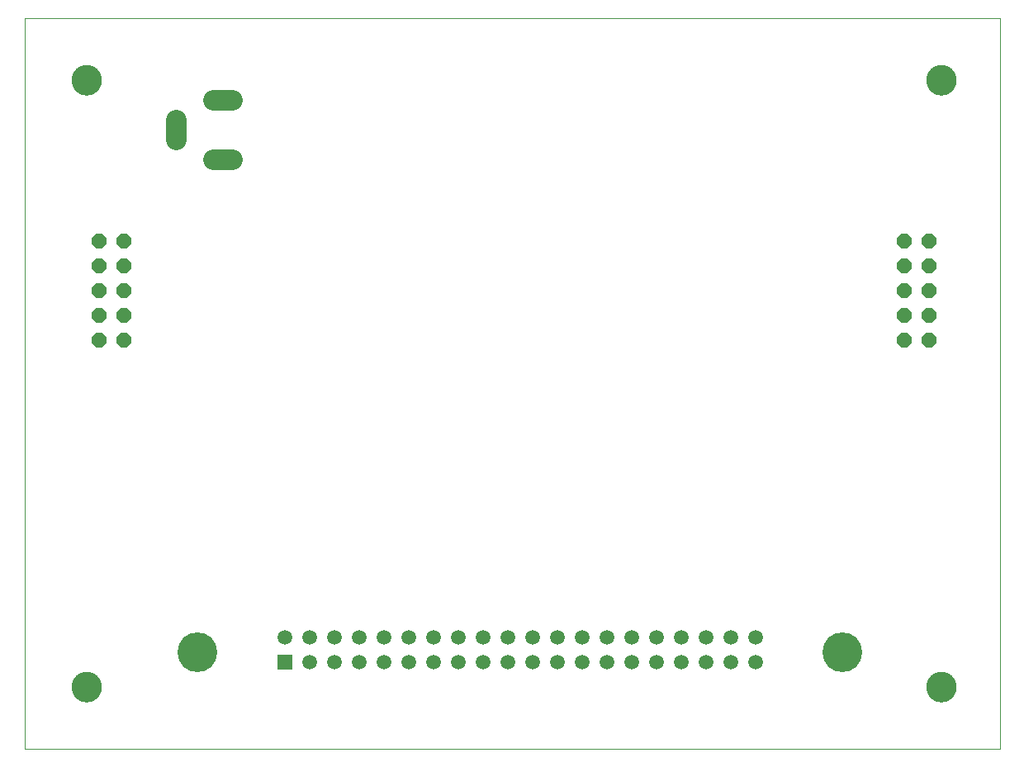
<source format=gbs>
G75*
%MOIN*%
%OFA0B0*%
%FSLAX25Y25*%
%IPPOS*%
%LPD*%
%AMOC8*
5,1,8,0,0,1.08239X$1,22.5*
%
%ADD10C,0.00000*%
%ADD11OC8,0.06000*%
%ADD12C,0.08274*%
%ADD13R,0.05900X0.05900*%
%ADD14C,0.05900*%
%ADD15C,0.16000*%
%ADD16C,0.12211*%
D10*
X0001500Y0001500D02*
X0001500Y0296461D01*
X0395201Y0296461D01*
X0395201Y0001500D01*
X0001500Y0001500D01*
X0020594Y0026500D02*
X0020596Y0026653D01*
X0020602Y0026807D01*
X0020612Y0026960D01*
X0020626Y0027112D01*
X0020644Y0027265D01*
X0020666Y0027416D01*
X0020691Y0027567D01*
X0020721Y0027718D01*
X0020755Y0027868D01*
X0020792Y0028016D01*
X0020833Y0028164D01*
X0020878Y0028310D01*
X0020927Y0028456D01*
X0020980Y0028600D01*
X0021036Y0028742D01*
X0021096Y0028883D01*
X0021160Y0029023D01*
X0021227Y0029161D01*
X0021298Y0029297D01*
X0021373Y0029431D01*
X0021450Y0029563D01*
X0021532Y0029693D01*
X0021616Y0029821D01*
X0021704Y0029947D01*
X0021795Y0030070D01*
X0021889Y0030191D01*
X0021987Y0030309D01*
X0022087Y0030425D01*
X0022191Y0030538D01*
X0022297Y0030649D01*
X0022406Y0030757D01*
X0022518Y0030862D01*
X0022632Y0030963D01*
X0022750Y0031062D01*
X0022869Y0031158D01*
X0022991Y0031251D01*
X0023116Y0031340D01*
X0023243Y0031427D01*
X0023372Y0031509D01*
X0023503Y0031589D01*
X0023636Y0031665D01*
X0023771Y0031738D01*
X0023908Y0031807D01*
X0024047Y0031872D01*
X0024187Y0031934D01*
X0024329Y0031992D01*
X0024472Y0032047D01*
X0024617Y0032098D01*
X0024763Y0032145D01*
X0024910Y0032188D01*
X0025058Y0032227D01*
X0025207Y0032263D01*
X0025357Y0032294D01*
X0025508Y0032322D01*
X0025659Y0032346D01*
X0025812Y0032366D01*
X0025964Y0032382D01*
X0026117Y0032394D01*
X0026270Y0032402D01*
X0026423Y0032406D01*
X0026577Y0032406D01*
X0026730Y0032402D01*
X0026883Y0032394D01*
X0027036Y0032382D01*
X0027188Y0032366D01*
X0027341Y0032346D01*
X0027492Y0032322D01*
X0027643Y0032294D01*
X0027793Y0032263D01*
X0027942Y0032227D01*
X0028090Y0032188D01*
X0028237Y0032145D01*
X0028383Y0032098D01*
X0028528Y0032047D01*
X0028671Y0031992D01*
X0028813Y0031934D01*
X0028953Y0031872D01*
X0029092Y0031807D01*
X0029229Y0031738D01*
X0029364Y0031665D01*
X0029497Y0031589D01*
X0029628Y0031509D01*
X0029757Y0031427D01*
X0029884Y0031340D01*
X0030009Y0031251D01*
X0030131Y0031158D01*
X0030250Y0031062D01*
X0030368Y0030963D01*
X0030482Y0030862D01*
X0030594Y0030757D01*
X0030703Y0030649D01*
X0030809Y0030538D01*
X0030913Y0030425D01*
X0031013Y0030309D01*
X0031111Y0030191D01*
X0031205Y0030070D01*
X0031296Y0029947D01*
X0031384Y0029821D01*
X0031468Y0029693D01*
X0031550Y0029563D01*
X0031627Y0029431D01*
X0031702Y0029297D01*
X0031773Y0029161D01*
X0031840Y0029023D01*
X0031904Y0028883D01*
X0031964Y0028742D01*
X0032020Y0028600D01*
X0032073Y0028456D01*
X0032122Y0028310D01*
X0032167Y0028164D01*
X0032208Y0028016D01*
X0032245Y0027868D01*
X0032279Y0027718D01*
X0032309Y0027567D01*
X0032334Y0027416D01*
X0032356Y0027265D01*
X0032374Y0027112D01*
X0032388Y0026960D01*
X0032398Y0026807D01*
X0032404Y0026653D01*
X0032406Y0026500D01*
X0032404Y0026347D01*
X0032398Y0026193D01*
X0032388Y0026040D01*
X0032374Y0025888D01*
X0032356Y0025735D01*
X0032334Y0025584D01*
X0032309Y0025433D01*
X0032279Y0025282D01*
X0032245Y0025132D01*
X0032208Y0024984D01*
X0032167Y0024836D01*
X0032122Y0024690D01*
X0032073Y0024544D01*
X0032020Y0024400D01*
X0031964Y0024258D01*
X0031904Y0024117D01*
X0031840Y0023977D01*
X0031773Y0023839D01*
X0031702Y0023703D01*
X0031627Y0023569D01*
X0031550Y0023437D01*
X0031468Y0023307D01*
X0031384Y0023179D01*
X0031296Y0023053D01*
X0031205Y0022930D01*
X0031111Y0022809D01*
X0031013Y0022691D01*
X0030913Y0022575D01*
X0030809Y0022462D01*
X0030703Y0022351D01*
X0030594Y0022243D01*
X0030482Y0022138D01*
X0030368Y0022037D01*
X0030250Y0021938D01*
X0030131Y0021842D01*
X0030009Y0021749D01*
X0029884Y0021660D01*
X0029757Y0021573D01*
X0029628Y0021491D01*
X0029497Y0021411D01*
X0029364Y0021335D01*
X0029229Y0021262D01*
X0029092Y0021193D01*
X0028953Y0021128D01*
X0028813Y0021066D01*
X0028671Y0021008D01*
X0028528Y0020953D01*
X0028383Y0020902D01*
X0028237Y0020855D01*
X0028090Y0020812D01*
X0027942Y0020773D01*
X0027793Y0020737D01*
X0027643Y0020706D01*
X0027492Y0020678D01*
X0027341Y0020654D01*
X0027188Y0020634D01*
X0027036Y0020618D01*
X0026883Y0020606D01*
X0026730Y0020598D01*
X0026577Y0020594D01*
X0026423Y0020594D01*
X0026270Y0020598D01*
X0026117Y0020606D01*
X0025964Y0020618D01*
X0025812Y0020634D01*
X0025659Y0020654D01*
X0025508Y0020678D01*
X0025357Y0020706D01*
X0025207Y0020737D01*
X0025058Y0020773D01*
X0024910Y0020812D01*
X0024763Y0020855D01*
X0024617Y0020902D01*
X0024472Y0020953D01*
X0024329Y0021008D01*
X0024187Y0021066D01*
X0024047Y0021128D01*
X0023908Y0021193D01*
X0023771Y0021262D01*
X0023636Y0021335D01*
X0023503Y0021411D01*
X0023372Y0021491D01*
X0023243Y0021573D01*
X0023116Y0021660D01*
X0022991Y0021749D01*
X0022869Y0021842D01*
X0022750Y0021938D01*
X0022632Y0022037D01*
X0022518Y0022138D01*
X0022406Y0022243D01*
X0022297Y0022351D01*
X0022191Y0022462D01*
X0022087Y0022575D01*
X0021987Y0022691D01*
X0021889Y0022809D01*
X0021795Y0022930D01*
X0021704Y0023053D01*
X0021616Y0023179D01*
X0021532Y0023307D01*
X0021450Y0023437D01*
X0021373Y0023569D01*
X0021298Y0023703D01*
X0021227Y0023839D01*
X0021160Y0023977D01*
X0021096Y0024117D01*
X0021036Y0024258D01*
X0020980Y0024400D01*
X0020927Y0024544D01*
X0020878Y0024690D01*
X0020833Y0024836D01*
X0020792Y0024984D01*
X0020755Y0025132D01*
X0020721Y0025282D01*
X0020691Y0025433D01*
X0020666Y0025584D01*
X0020644Y0025735D01*
X0020626Y0025888D01*
X0020612Y0026040D01*
X0020602Y0026193D01*
X0020596Y0026347D01*
X0020594Y0026500D01*
X0020594Y0271500D02*
X0020596Y0271653D01*
X0020602Y0271807D01*
X0020612Y0271960D01*
X0020626Y0272112D01*
X0020644Y0272265D01*
X0020666Y0272416D01*
X0020691Y0272567D01*
X0020721Y0272718D01*
X0020755Y0272868D01*
X0020792Y0273016D01*
X0020833Y0273164D01*
X0020878Y0273310D01*
X0020927Y0273456D01*
X0020980Y0273600D01*
X0021036Y0273742D01*
X0021096Y0273883D01*
X0021160Y0274023D01*
X0021227Y0274161D01*
X0021298Y0274297D01*
X0021373Y0274431D01*
X0021450Y0274563D01*
X0021532Y0274693D01*
X0021616Y0274821D01*
X0021704Y0274947D01*
X0021795Y0275070D01*
X0021889Y0275191D01*
X0021987Y0275309D01*
X0022087Y0275425D01*
X0022191Y0275538D01*
X0022297Y0275649D01*
X0022406Y0275757D01*
X0022518Y0275862D01*
X0022632Y0275963D01*
X0022750Y0276062D01*
X0022869Y0276158D01*
X0022991Y0276251D01*
X0023116Y0276340D01*
X0023243Y0276427D01*
X0023372Y0276509D01*
X0023503Y0276589D01*
X0023636Y0276665D01*
X0023771Y0276738D01*
X0023908Y0276807D01*
X0024047Y0276872D01*
X0024187Y0276934D01*
X0024329Y0276992D01*
X0024472Y0277047D01*
X0024617Y0277098D01*
X0024763Y0277145D01*
X0024910Y0277188D01*
X0025058Y0277227D01*
X0025207Y0277263D01*
X0025357Y0277294D01*
X0025508Y0277322D01*
X0025659Y0277346D01*
X0025812Y0277366D01*
X0025964Y0277382D01*
X0026117Y0277394D01*
X0026270Y0277402D01*
X0026423Y0277406D01*
X0026577Y0277406D01*
X0026730Y0277402D01*
X0026883Y0277394D01*
X0027036Y0277382D01*
X0027188Y0277366D01*
X0027341Y0277346D01*
X0027492Y0277322D01*
X0027643Y0277294D01*
X0027793Y0277263D01*
X0027942Y0277227D01*
X0028090Y0277188D01*
X0028237Y0277145D01*
X0028383Y0277098D01*
X0028528Y0277047D01*
X0028671Y0276992D01*
X0028813Y0276934D01*
X0028953Y0276872D01*
X0029092Y0276807D01*
X0029229Y0276738D01*
X0029364Y0276665D01*
X0029497Y0276589D01*
X0029628Y0276509D01*
X0029757Y0276427D01*
X0029884Y0276340D01*
X0030009Y0276251D01*
X0030131Y0276158D01*
X0030250Y0276062D01*
X0030368Y0275963D01*
X0030482Y0275862D01*
X0030594Y0275757D01*
X0030703Y0275649D01*
X0030809Y0275538D01*
X0030913Y0275425D01*
X0031013Y0275309D01*
X0031111Y0275191D01*
X0031205Y0275070D01*
X0031296Y0274947D01*
X0031384Y0274821D01*
X0031468Y0274693D01*
X0031550Y0274563D01*
X0031627Y0274431D01*
X0031702Y0274297D01*
X0031773Y0274161D01*
X0031840Y0274023D01*
X0031904Y0273883D01*
X0031964Y0273742D01*
X0032020Y0273600D01*
X0032073Y0273456D01*
X0032122Y0273310D01*
X0032167Y0273164D01*
X0032208Y0273016D01*
X0032245Y0272868D01*
X0032279Y0272718D01*
X0032309Y0272567D01*
X0032334Y0272416D01*
X0032356Y0272265D01*
X0032374Y0272112D01*
X0032388Y0271960D01*
X0032398Y0271807D01*
X0032404Y0271653D01*
X0032406Y0271500D01*
X0032404Y0271347D01*
X0032398Y0271193D01*
X0032388Y0271040D01*
X0032374Y0270888D01*
X0032356Y0270735D01*
X0032334Y0270584D01*
X0032309Y0270433D01*
X0032279Y0270282D01*
X0032245Y0270132D01*
X0032208Y0269984D01*
X0032167Y0269836D01*
X0032122Y0269690D01*
X0032073Y0269544D01*
X0032020Y0269400D01*
X0031964Y0269258D01*
X0031904Y0269117D01*
X0031840Y0268977D01*
X0031773Y0268839D01*
X0031702Y0268703D01*
X0031627Y0268569D01*
X0031550Y0268437D01*
X0031468Y0268307D01*
X0031384Y0268179D01*
X0031296Y0268053D01*
X0031205Y0267930D01*
X0031111Y0267809D01*
X0031013Y0267691D01*
X0030913Y0267575D01*
X0030809Y0267462D01*
X0030703Y0267351D01*
X0030594Y0267243D01*
X0030482Y0267138D01*
X0030368Y0267037D01*
X0030250Y0266938D01*
X0030131Y0266842D01*
X0030009Y0266749D01*
X0029884Y0266660D01*
X0029757Y0266573D01*
X0029628Y0266491D01*
X0029497Y0266411D01*
X0029364Y0266335D01*
X0029229Y0266262D01*
X0029092Y0266193D01*
X0028953Y0266128D01*
X0028813Y0266066D01*
X0028671Y0266008D01*
X0028528Y0265953D01*
X0028383Y0265902D01*
X0028237Y0265855D01*
X0028090Y0265812D01*
X0027942Y0265773D01*
X0027793Y0265737D01*
X0027643Y0265706D01*
X0027492Y0265678D01*
X0027341Y0265654D01*
X0027188Y0265634D01*
X0027036Y0265618D01*
X0026883Y0265606D01*
X0026730Y0265598D01*
X0026577Y0265594D01*
X0026423Y0265594D01*
X0026270Y0265598D01*
X0026117Y0265606D01*
X0025964Y0265618D01*
X0025812Y0265634D01*
X0025659Y0265654D01*
X0025508Y0265678D01*
X0025357Y0265706D01*
X0025207Y0265737D01*
X0025058Y0265773D01*
X0024910Y0265812D01*
X0024763Y0265855D01*
X0024617Y0265902D01*
X0024472Y0265953D01*
X0024329Y0266008D01*
X0024187Y0266066D01*
X0024047Y0266128D01*
X0023908Y0266193D01*
X0023771Y0266262D01*
X0023636Y0266335D01*
X0023503Y0266411D01*
X0023372Y0266491D01*
X0023243Y0266573D01*
X0023116Y0266660D01*
X0022991Y0266749D01*
X0022869Y0266842D01*
X0022750Y0266938D01*
X0022632Y0267037D01*
X0022518Y0267138D01*
X0022406Y0267243D01*
X0022297Y0267351D01*
X0022191Y0267462D01*
X0022087Y0267575D01*
X0021987Y0267691D01*
X0021889Y0267809D01*
X0021795Y0267930D01*
X0021704Y0268053D01*
X0021616Y0268179D01*
X0021532Y0268307D01*
X0021450Y0268437D01*
X0021373Y0268569D01*
X0021298Y0268703D01*
X0021227Y0268839D01*
X0021160Y0268977D01*
X0021096Y0269117D01*
X0021036Y0269258D01*
X0020980Y0269400D01*
X0020927Y0269544D01*
X0020878Y0269690D01*
X0020833Y0269836D01*
X0020792Y0269984D01*
X0020755Y0270132D01*
X0020721Y0270282D01*
X0020691Y0270433D01*
X0020666Y0270584D01*
X0020644Y0270735D01*
X0020626Y0270888D01*
X0020612Y0271040D01*
X0020602Y0271193D01*
X0020596Y0271347D01*
X0020594Y0271500D01*
X0365594Y0271500D02*
X0365596Y0271653D01*
X0365602Y0271807D01*
X0365612Y0271960D01*
X0365626Y0272112D01*
X0365644Y0272265D01*
X0365666Y0272416D01*
X0365691Y0272567D01*
X0365721Y0272718D01*
X0365755Y0272868D01*
X0365792Y0273016D01*
X0365833Y0273164D01*
X0365878Y0273310D01*
X0365927Y0273456D01*
X0365980Y0273600D01*
X0366036Y0273742D01*
X0366096Y0273883D01*
X0366160Y0274023D01*
X0366227Y0274161D01*
X0366298Y0274297D01*
X0366373Y0274431D01*
X0366450Y0274563D01*
X0366532Y0274693D01*
X0366616Y0274821D01*
X0366704Y0274947D01*
X0366795Y0275070D01*
X0366889Y0275191D01*
X0366987Y0275309D01*
X0367087Y0275425D01*
X0367191Y0275538D01*
X0367297Y0275649D01*
X0367406Y0275757D01*
X0367518Y0275862D01*
X0367632Y0275963D01*
X0367750Y0276062D01*
X0367869Y0276158D01*
X0367991Y0276251D01*
X0368116Y0276340D01*
X0368243Y0276427D01*
X0368372Y0276509D01*
X0368503Y0276589D01*
X0368636Y0276665D01*
X0368771Y0276738D01*
X0368908Y0276807D01*
X0369047Y0276872D01*
X0369187Y0276934D01*
X0369329Y0276992D01*
X0369472Y0277047D01*
X0369617Y0277098D01*
X0369763Y0277145D01*
X0369910Y0277188D01*
X0370058Y0277227D01*
X0370207Y0277263D01*
X0370357Y0277294D01*
X0370508Y0277322D01*
X0370659Y0277346D01*
X0370812Y0277366D01*
X0370964Y0277382D01*
X0371117Y0277394D01*
X0371270Y0277402D01*
X0371423Y0277406D01*
X0371577Y0277406D01*
X0371730Y0277402D01*
X0371883Y0277394D01*
X0372036Y0277382D01*
X0372188Y0277366D01*
X0372341Y0277346D01*
X0372492Y0277322D01*
X0372643Y0277294D01*
X0372793Y0277263D01*
X0372942Y0277227D01*
X0373090Y0277188D01*
X0373237Y0277145D01*
X0373383Y0277098D01*
X0373528Y0277047D01*
X0373671Y0276992D01*
X0373813Y0276934D01*
X0373953Y0276872D01*
X0374092Y0276807D01*
X0374229Y0276738D01*
X0374364Y0276665D01*
X0374497Y0276589D01*
X0374628Y0276509D01*
X0374757Y0276427D01*
X0374884Y0276340D01*
X0375009Y0276251D01*
X0375131Y0276158D01*
X0375250Y0276062D01*
X0375368Y0275963D01*
X0375482Y0275862D01*
X0375594Y0275757D01*
X0375703Y0275649D01*
X0375809Y0275538D01*
X0375913Y0275425D01*
X0376013Y0275309D01*
X0376111Y0275191D01*
X0376205Y0275070D01*
X0376296Y0274947D01*
X0376384Y0274821D01*
X0376468Y0274693D01*
X0376550Y0274563D01*
X0376627Y0274431D01*
X0376702Y0274297D01*
X0376773Y0274161D01*
X0376840Y0274023D01*
X0376904Y0273883D01*
X0376964Y0273742D01*
X0377020Y0273600D01*
X0377073Y0273456D01*
X0377122Y0273310D01*
X0377167Y0273164D01*
X0377208Y0273016D01*
X0377245Y0272868D01*
X0377279Y0272718D01*
X0377309Y0272567D01*
X0377334Y0272416D01*
X0377356Y0272265D01*
X0377374Y0272112D01*
X0377388Y0271960D01*
X0377398Y0271807D01*
X0377404Y0271653D01*
X0377406Y0271500D01*
X0377404Y0271347D01*
X0377398Y0271193D01*
X0377388Y0271040D01*
X0377374Y0270888D01*
X0377356Y0270735D01*
X0377334Y0270584D01*
X0377309Y0270433D01*
X0377279Y0270282D01*
X0377245Y0270132D01*
X0377208Y0269984D01*
X0377167Y0269836D01*
X0377122Y0269690D01*
X0377073Y0269544D01*
X0377020Y0269400D01*
X0376964Y0269258D01*
X0376904Y0269117D01*
X0376840Y0268977D01*
X0376773Y0268839D01*
X0376702Y0268703D01*
X0376627Y0268569D01*
X0376550Y0268437D01*
X0376468Y0268307D01*
X0376384Y0268179D01*
X0376296Y0268053D01*
X0376205Y0267930D01*
X0376111Y0267809D01*
X0376013Y0267691D01*
X0375913Y0267575D01*
X0375809Y0267462D01*
X0375703Y0267351D01*
X0375594Y0267243D01*
X0375482Y0267138D01*
X0375368Y0267037D01*
X0375250Y0266938D01*
X0375131Y0266842D01*
X0375009Y0266749D01*
X0374884Y0266660D01*
X0374757Y0266573D01*
X0374628Y0266491D01*
X0374497Y0266411D01*
X0374364Y0266335D01*
X0374229Y0266262D01*
X0374092Y0266193D01*
X0373953Y0266128D01*
X0373813Y0266066D01*
X0373671Y0266008D01*
X0373528Y0265953D01*
X0373383Y0265902D01*
X0373237Y0265855D01*
X0373090Y0265812D01*
X0372942Y0265773D01*
X0372793Y0265737D01*
X0372643Y0265706D01*
X0372492Y0265678D01*
X0372341Y0265654D01*
X0372188Y0265634D01*
X0372036Y0265618D01*
X0371883Y0265606D01*
X0371730Y0265598D01*
X0371577Y0265594D01*
X0371423Y0265594D01*
X0371270Y0265598D01*
X0371117Y0265606D01*
X0370964Y0265618D01*
X0370812Y0265634D01*
X0370659Y0265654D01*
X0370508Y0265678D01*
X0370357Y0265706D01*
X0370207Y0265737D01*
X0370058Y0265773D01*
X0369910Y0265812D01*
X0369763Y0265855D01*
X0369617Y0265902D01*
X0369472Y0265953D01*
X0369329Y0266008D01*
X0369187Y0266066D01*
X0369047Y0266128D01*
X0368908Y0266193D01*
X0368771Y0266262D01*
X0368636Y0266335D01*
X0368503Y0266411D01*
X0368372Y0266491D01*
X0368243Y0266573D01*
X0368116Y0266660D01*
X0367991Y0266749D01*
X0367869Y0266842D01*
X0367750Y0266938D01*
X0367632Y0267037D01*
X0367518Y0267138D01*
X0367406Y0267243D01*
X0367297Y0267351D01*
X0367191Y0267462D01*
X0367087Y0267575D01*
X0366987Y0267691D01*
X0366889Y0267809D01*
X0366795Y0267930D01*
X0366704Y0268053D01*
X0366616Y0268179D01*
X0366532Y0268307D01*
X0366450Y0268437D01*
X0366373Y0268569D01*
X0366298Y0268703D01*
X0366227Y0268839D01*
X0366160Y0268977D01*
X0366096Y0269117D01*
X0366036Y0269258D01*
X0365980Y0269400D01*
X0365927Y0269544D01*
X0365878Y0269690D01*
X0365833Y0269836D01*
X0365792Y0269984D01*
X0365755Y0270132D01*
X0365721Y0270282D01*
X0365691Y0270433D01*
X0365666Y0270584D01*
X0365644Y0270735D01*
X0365626Y0270888D01*
X0365612Y0271040D01*
X0365602Y0271193D01*
X0365596Y0271347D01*
X0365594Y0271500D01*
X0365594Y0026500D02*
X0365596Y0026653D01*
X0365602Y0026807D01*
X0365612Y0026960D01*
X0365626Y0027112D01*
X0365644Y0027265D01*
X0365666Y0027416D01*
X0365691Y0027567D01*
X0365721Y0027718D01*
X0365755Y0027868D01*
X0365792Y0028016D01*
X0365833Y0028164D01*
X0365878Y0028310D01*
X0365927Y0028456D01*
X0365980Y0028600D01*
X0366036Y0028742D01*
X0366096Y0028883D01*
X0366160Y0029023D01*
X0366227Y0029161D01*
X0366298Y0029297D01*
X0366373Y0029431D01*
X0366450Y0029563D01*
X0366532Y0029693D01*
X0366616Y0029821D01*
X0366704Y0029947D01*
X0366795Y0030070D01*
X0366889Y0030191D01*
X0366987Y0030309D01*
X0367087Y0030425D01*
X0367191Y0030538D01*
X0367297Y0030649D01*
X0367406Y0030757D01*
X0367518Y0030862D01*
X0367632Y0030963D01*
X0367750Y0031062D01*
X0367869Y0031158D01*
X0367991Y0031251D01*
X0368116Y0031340D01*
X0368243Y0031427D01*
X0368372Y0031509D01*
X0368503Y0031589D01*
X0368636Y0031665D01*
X0368771Y0031738D01*
X0368908Y0031807D01*
X0369047Y0031872D01*
X0369187Y0031934D01*
X0369329Y0031992D01*
X0369472Y0032047D01*
X0369617Y0032098D01*
X0369763Y0032145D01*
X0369910Y0032188D01*
X0370058Y0032227D01*
X0370207Y0032263D01*
X0370357Y0032294D01*
X0370508Y0032322D01*
X0370659Y0032346D01*
X0370812Y0032366D01*
X0370964Y0032382D01*
X0371117Y0032394D01*
X0371270Y0032402D01*
X0371423Y0032406D01*
X0371577Y0032406D01*
X0371730Y0032402D01*
X0371883Y0032394D01*
X0372036Y0032382D01*
X0372188Y0032366D01*
X0372341Y0032346D01*
X0372492Y0032322D01*
X0372643Y0032294D01*
X0372793Y0032263D01*
X0372942Y0032227D01*
X0373090Y0032188D01*
X0373237Y0032145D01*
X0373383Y0032098D01*
X0373528Y0032047D01*
X0373671Y0031992D01*
X0373813Y0031934D01*
X0373953Y0031872D01*
X0374092Y0031807D01*
X0374229Y0031738D01*
X0374364Y0031665D01*
X0374497Y0031589D01*
X0374628Y0031509D01*
X0374757Y0031427D01*
X0374884Y0031340D01*
X0375009Y0031251D01*
X0375131Y0031158D01*
X0375250Y0031062D01*
X0375368Y0030963D01*
X0375482Y0030862D01*
X0375594Y0030757D01*
X0375703Y0030649D01*
X0375809Y0030538D01*
X0375913Y0030425D01*
X0376013Y0030309D01*
X0376111Y0030191D01*
X0376205Y0030070D01*
X0376296Y0029947D01*
X0376384Y0029821D01*
X0376468Y0029693D01*
X0376550Y0029563D01*
X0376627Y0029431D01*
X0376702Y0029297D01*
X0376773Y0029161D01*
X0376840Y0029023D01*
X0376904Y0028883D01*
X0376964Y0028742D01*
X0377020Y0028600D01*
X0377073Y0028456D01*
X0377122Y0028310D01*
X0377167Y0028164D01*
X0377208Y0028016D01*
X0377245Y0027868D01*
X0377279Y0027718D01*
X0377309Y0027567D01*
X0377334Y0027416D01*
X0377356Y0027265D01*
X0377374Y0027112D01*
X0377388Y0026960D01*
X0377398Y0026807D01*
X0377404Y0026653D01*
X0377406Y0026500D01*
X0377404Y0026347D01*
X0377398Y0026193D01*
X0377388Y0026040D01*
X0377374Y0025888D01*
X0377356Y0025735D01*
X0377334Y0025584D01*
X0377309Y0025433D01*
X0377279Y0025282D01*
X0377245Y0025132D01*
X0377208Y0024984D01*
X0377167Y0024836D01*
X0377122Y0024690D01*
X0377073Y0024544D01*
X0377020Y0024400D01*
X0376964Y0024258D01*
X0376904Y0024117D01*
X0376840Y0023977D01*
X0376773Y0023839D01*
X0376702Y0023703D01*
X0376627Y0023569D01*
X0376550Y0023437D01*
X0376468Y0023307D01*
X0376384Y0023179D01*
X0376296Y0023053D01*
X0376205Y0022930D01*
X0376111Y0022809D01*
X0376013Y0022691D01*
X0375913Y0022575D01*
X0375809Y0022462D01*
X0375703Y0022351D01*
X0375594Y0022243D01*
X0375482Y0022138D01*
X0375368Y0022037D01*
X0375250Y0021938D01*
X0375131Y0021842D01*
X0375009Y0021749D01*
X0374884Y0021660D01*
X0374757Y0021573D01*
X0374628Y0021491D01*
X0374497Y0021411D01*
X0374364Y0021335D01*
X0374229Y0021262D01*
X0374092Y0021193D01*
X0373953Y0021128D01*
X0373813Y0021066D01*
X0373671Y0021008D01*
X0373528Y0020953D01*
X0373383Y0020902D01*
X0373237Y0020855D01*
X0373090Y0020812D01*
X0372942Y0020773D01*
X0372793Y0020737D01*
X0372643Y0020706D01*
X0372492Y0020678D01*
X0372341Y0020654D01*
X0372188Y0020634D01*
X0372036Y0020618D01*
X0371883Y0020606D01*
X0371730Y0020598D01*
X0371577Y0020594D01*
X0371423Y0020594D01*
X0371270Y0020598D01*
X0371117Y0020606D01*
X0370964Y0020618D01*
X0370812Y0020634D01*
X0370659Y0020654D01*
X0370508Y0020678D01*
X0370357Y0020706D01*
X0370207Y0020737D01*
X0370058Y0020773D01*
X0369910Y0020812D01*
X0369763Y0020855D01*
X0369617Y0020902D01*
X0369472Y0020953D01*
X0369329Y0021008D01*
X0369187Y0021066D01*
X0369047Y0021128D01*
X0368908Y0021193D01*
X0368771Y0021262D01*
X0368636Y0021335D01*
X0368503Y0021411D01*
X0368372Y0021491D01*
X0368243Y0021573D01*
X0368116Y0021660D01*
X0367991Y0021749D01*
X0367869Y0021842D01*
X0367750Y0021938D01*
X0367632Y0022037D01*
X0367518Y0022138D01*
X0367406Y0022243D01*
X0367297Y0022351D01*
X0367191Y0022462D01*
X0367087Y0022575D01*
X0366987Y0022691D01*
X0366889Y0022809D01*
X0366795Y0022930D01*
X0366704Y0023053D01*
X0366616Y0023179D01*
X0366532Y0023307D01*
X0366450Y0023437D01*
X0366373Y0023569D01*
X0366298Y0023703D01*
X0366227Y0023839D01*
X0366160Y0023977D01*
X0366096Y0024117D01*
X0366036Y0024258D01*
X0365980Y0024400D01*
X0365927Y0024544D01*
X0365878Y0024690D01*
X0365833Y0024836D01*
X0365792Y0024984D01*
X0365755Y0025132D01*
X0365721Y0025282D01*
X0365691Y0025433D01*
X0365666Y0025584D01*
X0365644Y0025735D01*
X0365626Y0025888D01*
X0365612Y0026040D01*
X0365602Y0026193D01*
X0365596Y0026347D01*
X0365594Y0026500D01*
D11*
X0366500Y0166500D03*
X0356500Y0166500D03*
X0356500Y0176500D03*
X0356500Y0186500D03*
X0356500Y0196500D03*
X0366500Y0196500D03*
X0366500Y0186500D03*
X0366500Y0176500D03*
X0366500Y0206500D03*
X0356500Y0206500D03*
X0041500Y0206500D03*
X0031500Y0206500D03*
X0031500Y0196500D03*
X0031500Y0186500D03*
X0031500Y0176500D03*
X0041500Y0176500D03*
X0041500Y0186500D03*
X0041500Y0196500D03*
X0041500Y0166500D03*
X0031500Y0166500D03*
D12*
X0077563Y0239295D02*
X0085437Y0239295D01*
X0062602Y0247563D02*
X0062602Y0255437D01*
X0077563Y0263311D02*
X0085437Y0263311D01*
D13*
X0106500Y0036500D03*
D14*
X0106500Y0046500D03*
X0116500Y0046500D03*
X0126500Y0046500D03*
X0126500Y0036500D03*
X0116500Y0036500D03*
X0136500Y0036500D03*
X0146500Y0036500D03*
X0146500Y0046500D03*
X0136500Y0046500D03*
X0156500Y0046500D03*
X0166500Y0046500D03*
X0166500Y0036500D03*
X0156500Y0036500D03*
X0176500Y0036500D03*
X0186500Y0036500D03*
X0186500Y0046500D03*
X0176500Y0046500D03*
X0196500Y0046500D03*
X0206500Y0046500D03*
X0206500Y0036500D03*
X0196500Y0036500D03*
X0216500Y0036500D03*
X0226500Y0036500D03*
X0226500Y0046500D03*
X0216500Y0046500D03*
X0236500Y0046500D03*
X0246500Y0046500D03*
X0246500Y0036500D03*
X0236500Y0036500D03*
X0256500Y0036500D03*
X0266500Y0036500D03*
X0266500Y0046500D03*
X0256500Y0046500D03*
X0276500Y0046500D03*
X0286500Y0046500D03*
X0286500Y0036500D03*
X0276500Y0036500D03*
X0296500Y0036500D03*
X0296500Y0046500D03*
D15*
X0331700Y0040500D03*
X0071300Y0040500D03*
D16*
X0026500Y0026500D03*
X0026500Y0271500D03*
X0371500Y0271500D03*
X0371500Y0026500D03*
M02*

</source>
